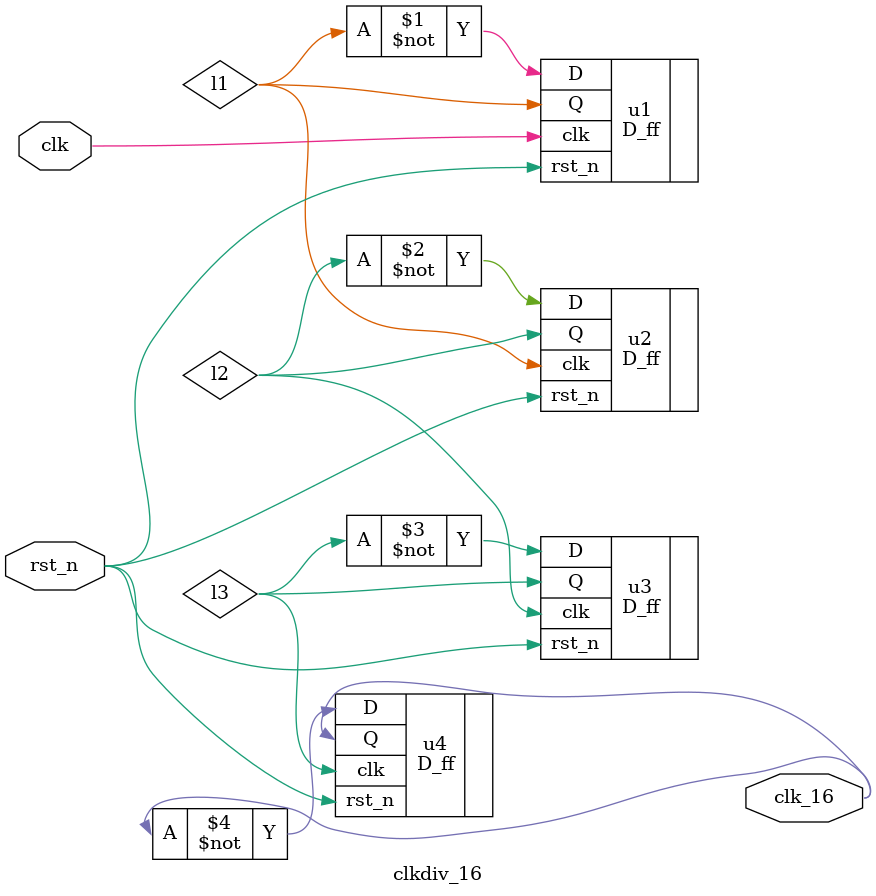
<source format=v>
module clkdiv_16(
    input wire clk,rst_n,
    
    output wire clk_16

);
    wire l1,l2,l3;

    D_ff u1 (.clk(clk), .rst_n(rst_n), .D(~l1), .Q(l1));
    D_ff u2 (.clk(l1), .rst_n(rst_n), .D(~l2), .Q(l2));
    D_ff u3 (.clk(l2), .rst_n(rst_n), .D(~l3), .Q(l3));
	 D_ff u4 (.clk(l3), .rst_n(rst_n), .D(~clk_16), .Q(clk_16));

endmodule
</source>
